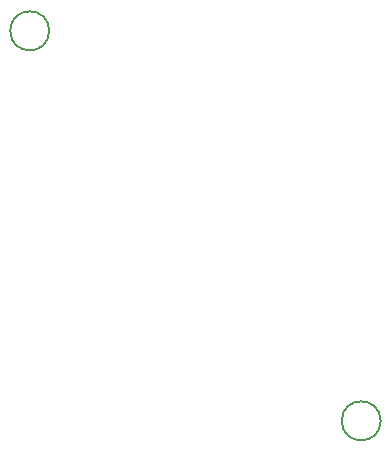
<source format=gbr>
%TF.GenerationSoftware,KiCad,Pcbnew,(6.0.7)*%
%TF.CreationDate,2022-11-10T23:08:22-08:00*%
%TF.ProjectId,memsbreakout_w50,6d656d73-6272-4656-916b-6f75745f7735,0*%
%TF.SameCoordinates,Original*%
%TF.FileFunction,Legend,Bot*%
%TF.FilePolarity,Positive*%
%FSLAX46Y46*%
G04 Gerber Fmt 4.6, Leading zero omitted, Abs format (unit mm)*
G04 Created by KiCad (PCBNEW (6.0.7)) date 2022-11-10 23:08:22*
%MOMM*%
%LPD*%
G01*
G04 APERTURE LIST*
%ADD10C,0.150000*%
G04 APERTURE END LIST*
D10*
X169164000Y-117094000D02*
G75*
G03*
X169164000Y-117094000I-1651000J0D01*
G01*
X141097000Y-84074000D02*
G75*
G03*
X141097000Y-84074000I-1651000J0D01*
G01*
M02*

</source>
